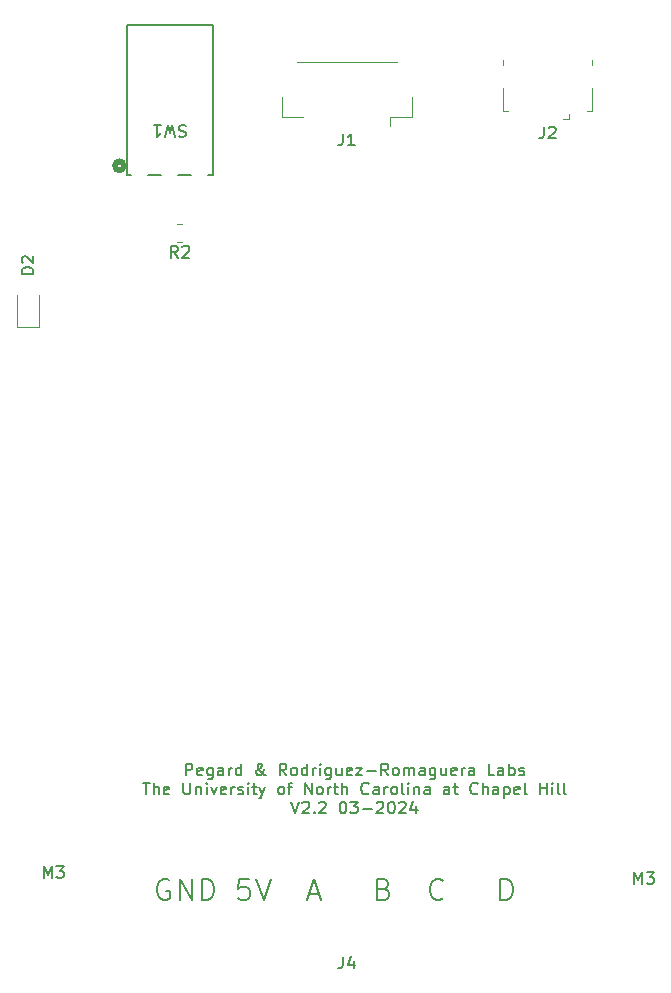
<source format=gbr>
%TF.GenerationSoftware,KiCad,Pcbnew,7.0.7-rc1*%
%TF.CreationDate,2024-03-12T16:10:36-04:00*%
%TF.ProjectId,Static,53746174-6963-42e6-9b69-6361645f7063,rev?*%
%TF.SameCoordinates,Original*%
%TF.FileFunction,Legend,Top*%
%TF.FilePolarity,Positive*%
%FSLAX46Y46*%
G04 Gerber Fmt 4.6, Leading zero omitted, Abs format (unit mm)*
G04 Created by KiCad (PCBNEW 7.0.7-rc1) date 2024-03-12 16:10:36*
%MOMM*%
%LPD*%
G01*
G04 APERTURE LIST*
%ADD10C,0.150000*%
%ADD11C,0.120000*%
%ADD12C,0.152400*%
%ADD13C,0.508000*%
G04 APERTURE END LIST*
D10*
X133600475Y-105189819D02*
X133600475Y-104189819D01*
X133600475Y-104189819D02*
X133981427Y-104189819D01*
X133981427Y-104189819D02*
X134076665Y-104237438D01*
X134076665Y-104237438D02*
X134124284Y-104285057D01*
X134124284Y-104285057D02*
X134171903Y-104380295D01*
X134171903Y-104380295D02*
X134171903Y-104523152D01*
X134171903Y-104523152D02*
X134124284Y-104618390D01*
X134124284Y-104618390D02*
X134076665Y-104666009D01*
X134076665Y-104666009D02*
X133981427Y-104713628D01*
X133981427Y-104713628D02*
X133600475Y-104713628D01*
X134981427Y-105142200D02*
X134886189Y-105189819D01*
X134886189Y-105189819D02*
X134695713Y-105189819D01*
X134695713Y-105189819D02*
X134600475Y-105142200D01*
X134600475Y-105142200D02*
X134552856Y-105046961D01*
X134552856Y-105046961D02*
X134552856Y-104666009D01*
X134552856Y-104666009D02*
X134600475Y-104570771D01*
X134600475Y-104570771D02*
X134695713Y-104523152D01*
X134695713Y-104523152D02*
X134886189Y-104523152D01*
X134886189Y-104523152D02*
X134981427Y-104570771D01*
X134981427Y-104570771D02*
X135029046Y-104666009D01*
X135029046Y-104666009D02*
X135029046Y-104761247D01*
X135029046Y-104761247D02*
X134552856Y-104856485D01*
X135886189Y-104523152D02*
X135886189Y-105332676D01*
X135886189Y-105332676D02*
X135838570Y-105427914D01*
X135838570Y-105427914D02*
X135790951Y-105475533D01*
X135790951Y-105475533D02*
X135695713Y-105523152D01*
X135695713Y-105523152D02*
X135552856Y-105523152D01*
X135552856Y-105523152D02*
X135457618Y-105475533D01*
X135886189Y-105142200D02*
X135790951Y-105189819D01*
X135790951Y-105189819D02*
X135600475Y-105189819D01*
X135600475Y-105189819D02*
X135505237Y-105142200D01*
X135505237Y-105142200D02*
X135457618Y-105094580D01*
X135457618Y-105094580D02*
X135409999Y-104999342D01*
X135409999Y-104999342D02*
X135409999Y-104713628D01*
X135409999Y-104713628D02*
X135457618Y-104618390D01*
X135457618Y-104618390D02*
X135505237Y-104570771D01*
X135505237Y-104570771D02*
X135600475Y-104523152D01*
X135600475Y-104523152D02*
X135790951Y-104523152D01*
X135790951Y-104523152D02*
X135886189Y-104570771D01*
X136790951Y-105189819D02*
X136790951Y-104666009D01*
X136790951Y-104666009D02*
X136743332Y-104570771D01*
X136743332Y-104570771D02*
X136648094Y-104523152D01*
X136648094Y-104523152D02*
X136457618Y-104523152D01*
X136457618Y-104523152D02*
X136362380Y-104570771D01*
X136790951Y-105142200D02*
X136695713Y-105189819D01*
X136695713Y-105189819D02*
X136457618Y-105189819D01*
X136457618Y-105189819D02*
X136362380Y-105142200D01*
X136362380Y-105142200D02*
X136314761Y-105046961D01*
X136314761Y-105046961D02*
X136314761Y-104951723D01*
X136314761Y-104951723D02*
X136362380Y-104856485D01*
X136362380Y-104856485D02*
X136457618Y-104808866D01*
X136457618Y-104808866D02*
X136695713Y-104808866D01*
X136695713Y-104808866D02*
X136790951Y-104761247D01*
X137267142Y-105189819D02*
X137267142Y-104523152D01*
X137267142Y-104713628D02*
X137314761Y-104618390D01*
X137314761Y-104618390D02*
X137362380Y-104570771D01*
X137362380Y-104570771D02*
X137457618Y-104523152D01*
X137457618Y-104523152D02*
X137552856Y-104523152D01*
X138314761Y-105189819D02*
X138314761Y-104189819D01*
X138314761Y-105142200D02*
X138219523Y-105189819D01*
X138219523Y-105189819D02*
X138029047Y-105189819D01*
X138029047Y-105189819D02*
X137933809Y-105142200D01*
X137933809Y-105142200D02*
X137886190Y-105094580D01*
X137886190Y-105094580D02*
X137838571Y-104999342D01*
X137838571Y-104999342D02*
X137838571Y-104713628D01*
X137838571Y-104713628D02*
X137886190Y-104618390D01*
X137886190Y-104618390D02*
X137933809Y-104570771D01*
X137933809Y-104570771D02*
X138029047Y-104523152D01*
X138029047Y-104523152D02*
X138219523Y-104523152D01*
X138219523Y-104523152D02*
X138314761Y-104570771D01*
X140362381Y-105189819D02*
X140314762Y-105189819D01*
X140314762Y-105189819D02*
X140219523Y-105142200D01*
X140219523Y-105142200D02*
X140076666Y-104999342D01*
X140076666Y-104999342D02*
X139838571Y-104713628D01*
X139838571Y-104713628D02*
X139743333Y-104570771D01*
X139743333Y-104570771D02*
X139695714Y-104427914D01*
X139695714Y-104427914D02*
X139695714Y-104332676D01*
X139695714Y-104332676D02*
X139743333Y-104237438D01*
X139743333Y-104237438D02*
X139838571Y-104189819D01*
X139838571Y-104189819D02*
X139886190Y-104189819D01*
X139886190Y-104189819D02*
X139981428Y-104237438D01*
X139981428Y-104237438D02*
X140029047Y-104332676D01*
X140029047Y-104332676D02*
X140029047Y-104380295D01*
X140029047Y-104380295D02*
X139981428Y-104475533D01*
X139981428Y-104475533D02*
X139933809Y-104523152D01*
X139933809Y-104523152D02*
X139648095Y-104713628D01*
X139648095Y-104713628D02*
X139600476Y-104761247D01*
X139600476Y-104761247D02*
X139552857Y-104856485D01*
X139552857Y-104856485D02*
X139552857Y-104999342D01*
X139552857Y-104999342D02*
X139600476Y-105094580D01*
X139600476Y-105094580D02*
X139648095Y-105142200D01*
X139648095Y-105142200D02*
X139743333Y-105189819D01*
X139743333Y-105189819D02*
X139886190Y-105189819D01*
X139886190Y-105189819D02*
X139981428Y-105142200D01*
X139981428Y-105142200D02*
X140029047Y-105094580D01*
X140029047Y-105094580D02*
X140171904Y-104904104D01*
X140171904Y-104904104D02*
X140219523Y-104761247D01*
X140219523Y-104761247D02*
X140219523Y-104666009D01*
X142124285Y-105189819D02*
X141790952Y-104713628D01*
X141552857Y-105189819D02*
X141552857Y-104189819D01*
X141552857Y-104189819D02*
X141933809Y-104189819D01*
X141933809Y-104189819D02*
X142029047Y-104237438D01*
X142029047Y-104237438D02*
X142076666Y-104285057D01*
X142076666Y-104285057D02*
X142124285Y-104380295D01*
X142124285Y-104380295D02*
X142124285Y-104523152D01*
X142124285Y-104523152D02*
X142076666Y-104618390D01*
X142076666Y-104618390D02*
X142029047Y-104666009D01*
X142029047Y-104666009D02*
X141933809Y-104713628D01*
X141933809Y-104713628D02*
X141552857Y-104713628D01*
X142695714Y-105189819D02*
X142600476Y-105142200D01*
X142600476Y-105142200D02*
X142552857Y-105094580D01*
X142552857Y-105094580D02*
X142505238Y-104999342D01*
X142505238Y-104999342D02*
X142505238Y-104713628D01*
X142505238Y-104713628D02*
X142552857Y-104618390D01*
X142552857Y-104618390D02*
X142600476Y-104570771D01*
X142600476Y-104570771D02*
X142695714Y-104523152D01*
X142695714Y-104523152D02*
X142838571Y-104523152D01*
X142838571Y-104523152D02*
X142933809Y-104570771D01*
X142933809Y-104570771D02*
X142981428Y-104618390D01*
X142981428Y-104618390D02*
X143029047Y-104713628D01*
X143029047Y-104713628D02*
X143029047Y-104999342D01*
X143029047Y-104999342D02*
X142981428Y-105094580D01*
X142981428Y-105094580D02*
X142933809Y-105142200D01*
X142933809Y-105142200D02*
X142838571Y-105189819D01*
X142838571Y-105189819D02*
X142695714Y-105189819D01*
X143886190Y-105189819D02*
X143886190Y-104189819D01*
X143886190Y-105142200D02*
X143790952Y-105189819D01*
X143790952Y-105189819D02*
X143600476Y-105189819D01*
X143600476Y-105189819D02*
X143505238Y-105142200D01*
X143505238Y-105142200D02*
X143457619Y-105094580D01*
X143457619Y-105094580D02*
X143410000Y-104999342D01*
X143410000Y-104999342D02*
X143410000Y-104713628D01*
X143410000Y-104713628D02*
X143457619Y-104618390D01*
X143457619Y-104618390D02*
X143505238Y-104570771D01*
X143505238Y-104570771D02*
X143600476Y-104523152D01*
X143600476Y-104523152D02*
X143790952Y-104523152D01*
X143790952Y-104523152D02*
X143886190Y-104570771D01*
X144362381Y-105189819D02*
X144362381Y-104523152D01*
X144362381Y-104713628D02*
X144410000Y-104618390D01*
X144410000Y-104618390D02*
X144457619Y-104570771D01*
X144457619Y-104570771D02*
X144552857Y-104523152D01*
X144552857Y-104523152D02*
X144648095Y-104523152D01*
X144981429Y-105189819D02*
X144981429Y-104523152D01*
X144981429Y-104189819D02*
X144933810Y-104237438D01*
X144933810Y-104237438D02*
X144981429Y-104285057D01*
X144981429Y-104285057D02*
X145029048Y-104237438D01*
X145029048Y-104237438D02*
X144981429Y-104189819D01*
X144981429Y-104189819D02*
X144981429Y-104285057D01*
X145886190Y-104523152D02*
X145886190Y-105332676D01*
X145886190Y-105332676D02*
X145838571Y-105427914D01*
X145838571Y-105427914D02*
X145790952Y-105475533D01*
X145790952Y-105475533D02*
X145695714Y-105523152D01*
X145695714Y-105523152D02*
X145552857Y-105523152D01*
X145552857Y-105523152D02*
X145457619Y-105475533D01*
X145886190Y-105142200D02*
X145790952Y-105189819D01*
X145790952Y-105189819D02*
X145600476Y-105189819D01*
X145600476Y-105189819D02*
X145505238Y-105142200D01*
X145505238Y-105142200D02*
X145457619Y-105094580D01*
X145457619Y-105094580D02*
X145410000Y-104999342D01*
X145410000Y-104999342D02*
X145410000Y-104713628D01*
X145410000Y-104713628D02*
X145457619Y-104618390D01*
X145457619Y-104618390D02*
X145505238Y-104570771D01*
X145505238Y-104570771D02*
X145600476Y-104523152D01*
X145600476Y-104523152D02*
X145790952Y-104523152D01*
X145790952Y-104523152D02*
X145886190Y-104570771D01*
X146790952Y-104523152D02*
X146790952Y-105189819D01*
X146362381Y-104523152D02*
X146362381Y-105046961D01*
X146362381Y-105046961D02*
X146410000Y-105142200D01*
X146410000Y-105142200D02*
X146505238Y-105189819D01*
X146505238Y-105189819D02*
X146648095Y-105189819D01*
X146648095Y-105189819D02*
X146743333Y-105142200D01*
X146743333Y-105142200D02*
X146790952Y-105094580D01*
X147648095Y-105142200D02*
X147552857Y-105189819D01*
X147552857Y-105189819D02*
X147362381Y-105189819D01*
X147362381Y-105189819D02*
X147267143Y-105142200D01*
X147267143Y-105142200D02*
X147219524Y-105046961D01*
X147219524Y-105046961D02*
X147219524Y-104666009D01*
X147219524Y-104666009D02*
X147267143Y-104570771D01*
X147267143Y-104570771D02*
X147362381Y-104523152D01*
X147362381Y-104523152D02*
X147552857Y-104523152D01*
X147552857Y-104523152D02*
X147648095Y-104570771D01*
X147648095Y-104570771D02*
X147695714Y-104666009D01*
X147695714Y-104666009D02*
X147695714Y-104761247D01*
X147695714Y-104761247D02*
X147219524Y-104856485D01*
X148029048Y-104523152D02*
X148552857Y-104523152D01*
X148552857Y-104523152D02*
X148029048Y-105189819D01*
X148029048Y-105189819D02*
X148552857Y-105189819D01*
X148933810Y-104808866D02*
X149695715Y-104808866D01*
X150743333Y-105189819D02*
X150410000Y-104713628D01*
X150171905Y-105189819D02*
X150171905Y-104189819D01*
X150171905Y-104189819D02*
X150552857Y-104189819D01*
X150552857Y-104189819D02*
X150648095Y-104237438D01*
X150648095Y-104237438D02*
X150695714Y-104285057D01*
X150695714Y-104285057D02*
X150743333Y-104380295D01*
X150743333Y-104380295D02*
X150743333Y-104523152D01*
X150743333Y-104523152D02*
X150695714Y-104618390D01*
X150695714Y-104618390D02*
X150648095Y-104666009D01*
X150648095Y-104666009D02*
X150552857Y-104713628D01*
X150552857Y-104713628D02*
X150171905Y-104713628D01*
X151314762Y-105189819D02*
X151219524Y-105142200D01*
X151219524Y-105142200D02*
X151171905Y-105094580D01*
X151171905Y-105094580D02*
X151124286Y-104999342D01*
X151124286Y-104999342D02*
X151124286Y-104713628D01*
X151124286Y-104713628D02*
X151171905Y-104618390D01*
X151171905Y-104618390D02*
X151219524Y-104570771D01*
X151219524Y-104570771D02*
X151314762Y-104523152D01*
X151314762Y-104523152D02*
X151457619Y-104523152D01*
X151457619Y-104523152D02*
X151552857Y-104570771D01*
X151552857Y-104570771D02*
X151600476Y-104618390D01*
X151600476Y-104618390D02*
X151648095Y-104713628D01*
X151648095Y-104713628D02*
X151648095Y-104999342D01*
X151648095Y-104999342D02*
X151600476Y-105094580D01*
X151600476Y-105094580D02*
X151552857Y-105142200D01*
X151552857Y-105142200D02*
X151457619Y-105189819D01*
X151457619Y-105189819D02*
X151314762Y-105189819D01*
X152076667Y-105189819D02*
X152076667Y-104523152D01*
X152076667Y-104618390D02*
X152124286Y-104570771D01*
X152124286Y-104570771D02*
X152219524Y-104523152D01*
X152219524Y-104523152D02*
X152362381Y-104523152D01*
X152362381Y-104523152D02*
X152457619Y-104570771D01*
X152457619Y-104570771D02*
X152505238Y-104666009D01*
X152505238Y-104666009D02*
X152505238Y-105189819D01*
X152505238Y-104666009D02*
X152552857Y-104570771D01*
X152552857Y-104570771D02*
X152648095Y-104523152D01*
X152648095Y-104523152D02*
X152790952Y-104523152D01*
X152790952Y-104523152D02*
X152886191Y-104570771D01*
X152886191Y-104570771D02*
X152933810Y-104666009D01*
X152933810Y-104666009D02*
X152933810Y-105189819D01*
X153838571Y-105189819D02*
X153838571Y-104666009D01*
X153838571Y-104666009D02*
X153790952Y-104570771D01*
X153790952Y-104570771D02*
X153695714Y-104523152D01*
X153695714Y-104523152D02*
X153505238Y-104523152D01*
X153505238Y-104523152D02*
X153410000Y-104570771D01*
X153838571Y-105142200D02*
X153743333Y-105189819D01*
X153743333Y-105189819D02*
X153505238Y-105189819D01*
X153505238Y-105189819D02*
X153410000Y-105142200D01*
X153410000Y-105142200D02*
X153362381Y-105046961D01*
X153362381Y-105046961D02*
X153362381Y-104951723D01*
X153362381Y-104951723D02*
X153410000Y-104856485D01*
X153410000Y-104856485D02*
X153505238Y-104808866D01*
X153505238Y-104808866D02*
X153743333Y-104808866D01*
X153743333Y-104808866D02*
X153838571Y-104761247D01*
X154743333Y-104523152D02*
X154743333Y-105332676D01*
X154743333Y-105332676D02*
X154695714Y-105427914D01*
X154695714Y-105427914D02*
X154648095Y-105475533D01*
X154648095Y-105475533D02*
X154552857Y-105523152D01*
X154552857Y-105523152D02*
X154410000Y-105523152D01*
X154410000Y-105523152D02*
X154314762Y-105475533D01*
X154743333Y-105142200D02*
X154648095Y-105189819D01*
X154648095Y-105189819D02*
X154457619Y-105189819D01*
X154457619Y-105189819D02*
X154362381Y-105142200D01*
X154362381Y-105142200D02*
X154314762Y-105094580D01*
X154314762Y-105094580D02*
X154267143Y-104999342D01*
X154267143Y-104999342D02*
X154267143Y-104713628D01*
X154267143Y-104713628D02*
X154314762Y-104618390D01*
X154314762Y-104618390D02*
X154362381Y-104570771D01*
X154362381Y-104570771D02*
X154457619Y-104523152D01*
X154457619Y-104523152D02*
X154648095Y-104523152D01*
X154648095Y-104523152D02*
X154743333Y-104570771D01*
X155648095Y-104523152D02*
X155648095Y-105189819D01*
X155219524Y-104523152D02*
X155219524Y-105046961D01*
X155219524Y-105046961D02*
X155267143Y-105142200D01*
X155267143Y-105142200D02*
X155362381Y-105189819D01*
X155362381Y-105189819D02*
X155505238Y-105189819D01*
X155505238Y-105189819D02*
X155600476Y-105142200D01*
X155600476Y-105142200D02*
X155648095Y-105094580D01*
X156505238Y-105142200D02*
X156410000Y-105189819D01*
X156410000Y-105189819D02*
X156219524Y-105189819D01*
X156219524Y-105189819D02*
X156124286Y-105142200D01*
X156124286Y-105142200D02*
X156076667Y-105046961D01*
X156076667Y-105046961D02*
X156076667Y-104666009D01*
X156076667Y-104666009D02*
X156124286Y-104570771D01*
X156124286Y-104570771D02*
X156219524Y-104523152D01*
X156219524Y-104523152D02*
X156410000Y-104523152D01*
X156410000Y-104523152D02*
X156505238Y-104570771D01*
X156505238Y-104570771D02*
X156552857Y-104666009D01*
X156552857Y-104666009D02*
X156552857Y-104761247D01*
X156552857Y-104761247D02*
X156076667Y-104856485D01*
X156981429Y-105189819D02*
X156981429Y-104523152D01*
X156981429Y-104713628D02*
X157029048Y-104618390D01*
X157029048Y-104618390D02*
X157076667Y-104570771D01*
X157076667Y-104570771D02*
X157171905Y-104523152D01*
X157171905Y-104523152D02*
X157267143Y-104523152D01*
X158029048Y-105189819D02*
X158029048Y-104666009D01*
X158029048Y-104666009D02*
X157981429Y-104570771D01*
X157981429Y-104570771D02*
X157886191Y-104523152D01*
X157886191Y-104523152D02*
X157695715Y-104523152D01*
X157695715Y-104523152D02*
X157600477Y-104570771D01*
X158029048Y-105142200D02*
X157933810Y-105189819D01*
X157933810Y-105189819D02*
X157695715Y-105189819D01*
X157695715Y-105189819D02*
X157600477Y-105142200D01*
X157600477Y-105142200D02*
X157552858Y-105046961D01*
X157552858Y-105046961D02*
X157552858Y-104951723D01*
X157552858Y-104951723D02*
X157600477Y-104856485D01*
X157600477Y-104856485D02*
X157695715Y-104808866D01*
X157695715Y-104808866D02*
X157933810Y-104808866D01*
X157933810Y-104808866D02*
X158029048Y-104761247D01*
X159743334Y-105189819D02*
X159267144Y-105189819D01*
X159267144Y-105189819D02*
X159267144Y-104189819D01*
X160505239Y-105189819D02*
X160505239Y-104666009D01*
X160505239Y-104666009D02*
X160457620Y-104570771D01*
X160457620Y-104570771D02*
X160362382Y-104523152D01*
X160362382Y-104523152D02*
X160171906Y-104523152D01*
X160171906Y-104523152D02*
X160076668Y-104570771D01*
X160505239Y-105142200D02*
X160410001Y-105189819D01*
X160410001Y-105189819D02*
X160171906Y-105189819D01*
X160171906Y-105189819D02*
X160076668Y-105142200D01*
X160076668Y-105142200D02*
X160029049Y-105046961D01*
X160029049Y-105046961D02*
X160029049Y-104951723D01*
X160029049Y-104951723D02*
X160076668Y-104856485D01*
X160076668Y-104856485D02*
X160171906Y-104808866D01*
X160171906Y-104808866D02*
X160410001Y-104808866D01*
X160410001Y-104808866D02*
X160505239Y-104761247D01*
X160981430Y-105189819D02*
X160981430Y-104189819D01*
X160981430Y-104570771D02*
X161076668Y-104523152D01*
X161076668Y-104523152D02*
X161267144Y-104523152D01*
X161267144Y-104523152D02*
X161362382Y-104570771D01*
X161362382Y-104570771D02*
X161410001Y-104618390D01*
X161410001Y-104618390D02*
X161457620Y-104713628D01*
X161457620Y-104713628D02*
X161457620Y-104999342D01*
X161457620Y-104999342D02*
X161410001Y-105094580D01*
X161410001Y-105094580D02*
X161362382Y-105142200D01*
X161362382Y-105142200D02*
X161267144Y-105189819D01*
X161267144Y-105189819D02*
X161076668Y-105189819D01*
X161076668Y-105189819D02*
X160981430Y-105142200D01*
X161838573Y-105142200D02*
X161933811Y-105189819D01*
X161933811Y-105189819D02*
X162124287Y-105189819D01*
X162124287Y-105189819D02*
X162219525Y-105142200D01*
X162219525Y-105142200D02*
X162267144Y-105046961D01*
X162267144Y-105046961D02*
X162267144Y-104999342D01*
X162267144Y-104999342D02*
X162219525Y-104904104D01*
X162219525Y-104904104D02*
X162124287Y-104856485D01*
X162124287Y-104856485D02*
X161981430Y-104856485D01*
X161981430Y-104856485D02*
X161886192Y-104808866D01*
X161886192Y-104808866D02*
X161838573Y-104713628D01*
X161838573Y-104713628D02*
X161838573Y-104666009D01*
X161838573Y-104666009D02*
X161886192Y-104570771D01*
X161886192Y-104570771D02*
X161981430Y-104523152D01*
X161981430Y-104523152D02*
X162124287Y-104523152D01*
X162124287Y-104523152D02*
X162219525Y-104570771D01*
X129981425Y-105799819D02*
X130552853Y-105799819D01*
X130267139Y-106799819D02*
X130267139Y-105799819D01*
X130886187Y-106799819D02*
X130886187Y-105799819D01*
X131314758Y-106799819D02*
X131314758Y-106276009D01*
X131314758Y-106276009D02*
X131267139Y-106180771D01*
X131267139Y-106180771D02*
X131171901Y-106133152D01*
X131171901Y-106133152D02*
X131029044Y-106133152D01*
X131029044Y-106133152D02*
X130933806Y-106180771D01*
X130933806Y-106180771D02*
X130886187Y-106228390D01*
X132171901Y-106752200D02*
X132076663Y-106799819D01*
X132076663Y-106799819D02*
X131886187Y-106799819D01*
X131886187Y-106799819D02*
X131790949Y-106752200D01*
X131790949Y-106752200D02*
X131743330Y-106656961D01*
X131743330Y-106656961D02*
X131743330Y-106276009D01*
X131743330Y-106276009D02*
X131790949Y-106180771D01*
X131790949Y-106180771D02*
X131886187Y-106133152D01*
X131886187Y-106133152D02*
X132076663Y-106133152D01*
X132076663Y-106133152D02*
X132171901Y-106180771D01*
X132171901Y-106180771D02*
X132219520Y-106276009D01*
X132219520Y-106276009D02*
X132219520Y-106371247D01*
X132219520Y-106371247D02*
X131743330Y-106466485D01*
X133409997Y-105799819D02*
X133409997Y-106609342D01*
X133409997Y-106609342D02*
X133457616Y-106704580D01*
X133457616Y-106704580D02*
X133505235Y-106752200D01*
X133505235Y-106752200D02*
X133600473Y-106799819D01*
X133600473Y-106799819D02*
X133790949Y-106799819D01*
X133790949Y-106799819D02*
X133886187Y-106752200D01*
X133886187Y-106752200D02*
X133933806Y-106704580D01*
X133933806Y-106704580D02*
X133981425Y-106609342D01*
X133981425Y-106609342D02*
X133981425Y-105799819D01*
X134457616Y-106133152D02*
X134457616Y-106799819D01*
X134457616Y-106228390D02*
X134505235Y-106180771D01*
X134505235Y-106180771D02*
X134600473Y-106133152D01*
X134600473Y-106133152D02*
X134743330Y-106133152D01*
X134743330Y-106133152D02*
X134838568Y-106180771D01*
X134838568Y-106180771D02*
X134886187Y-106276009D01*
X134886187Y-106276009D02*
X134886187Y-106799819D01*
X135362378Y-106799819D02*
X135362378Y-106133152D01*
X135362378Y-105799819D02*
X135314759Y-105847438D01*
X135314759Y-105847438D02*
X135362378Y-105895057D01*
X135362378Y-105895057D02*
X135409997Y-105847438D01*
X135409997Y-105847438D02*
X135362378Y-105799819D01*
X135362378Y-105799819D02*
X135362378Y-105895057D01*
X135743330Y-106133152D02*
X135981425Y-106799819D01*
X135981425Y-106799819D02*
X136219520Y-106133152D01*
X136981425Y-106752200D02*
X136886187Y-106799819D01*
X136886187Y-106799819D02*
X136695711Y-106799819D01*
X136695711Y-106799819D02*
X136600473Y-106752200D01*
X136600473Y-106752200D02*
X136552854Y-106656961D01*
X136552854Y-106656961D02*
X136552854Y-106276009D01*
X136552854Y-106276009D02*
X136600473Y-106180771D01*
X136600473Y-106180771D02*
X136695711Y-106133152D01*
X136695711Y-106133152D02*
X136886187Y-106133152D01*
X136886187Y-106133152D02*
X136981425Y-106180771D01*
X136981425Y-106180771D02*
X137029044Y-106276009D01*
X137029044Y-106276009D02*
X137029044Y-106371247D01*
X137029044Y-106371247D02*
X136552854Y-106466485D01*
X137457616Y-106799819D02*
X137457616Y-106133152D01*
X137457616Y-106323628D02*
X137505235Y-106228390D01*
X137505235Y-106228390D02*
X137552854Y-106180771D01*
X137552854Y-106180771D02*
X137648092Y-106133152D01*
X137648092Y-106133152D02*
X137743330Y-106133152D01*
X138029045Y-106752200D02*
X138124283Y-106799819D01*
X138124283Y-106799819D02*
X138314759Y-106799819D01*
X138314759Y-106799819D02*
X138409997Y-106752200D01*
X138409997Y-106752200D02*
X138457616Y-106656961D01*
X138457616Y-106656961D02*
X138457616Y-106609342D01*
X138457616Y-106609342D02*
X138409997Y-106514104D01*
X138409997Y-106514104D02*
X138314759Y-106466485D01*
X138314759Y-106466485D02*
X138171902Y-106466485D01*
X138171902Y-106466485D02*
X138076664Y-106418866D01*
X138076664Y-106418866D02*
X138029045Y-106323628D01*
X138029045Y-106323628D02*
X138029045Y-106276009D01*
X138029045Y-106276009D02*
X138076664Y-106180771D01*
X138076664Y-106180771D02*
X138171902Y-106133152D01*
X138171902Y-106133152D02*
X138314759Y-106133152D01*
X138314759Y-106133152D02*
X138409997Y-106180771D01*
X138886188Y-106799819D02*
X138886188Y-106133152D01*
X138886188Y-105799819D02*
X138838569Y-105847438D01*
X138838569Y-105847438D02*
X138886188Y-105895057D01*
X138886188Y-105895057D02*
X138933807Y-105847438D01*
X138933807Y-105847438D02*
X138886188Y-105799819D01*
X138886188Y-105799819D02*
X138886188Y-105895057D01*
X139219521Y-106133152D02*
X139600473Y-106133152D01*
X139362378Y-105799819D02*
X139362378Y-106656961D01*
X139362378Y-106656961D02*
X139409997Y-106752200D01*
X139409997Y-106752200D02*
X139505235Y-106799819D01*
X139505235Y-106799819D02*
X139600473Y-106799819D01*
X139838569Y-106133152D02*
X140076664Y-106799819D01*
X140314759Y-106133152D02*
X140076664Y-106799819D01*
X140076664Y-106799819D02*
X139981426Y-107037914D01*
X139981426Y-107037914D02*
X139933807Y-107085533D01*
X139933807Y-107085533D02*
X139838569Y-107133152D01*
X141600474Y-106799819D02*
X141505236Y-106752200D01*
X141505236Y-106752200D02*
X141457617Y-106704580D01*
X141457617Y-106704580D02*
X141409998Y-106609342D01*
X141409998Y-106609342D02*
X141409998Y-106323628D01*
X141409998Y-106323628D02*
X141457617Y-106228390D01*
X141457617Y-106228390D02*
X141505236Y-106180771D01*
X141505236Y-106180771D02*
X141600474Y-106133152D01*
X141600474Y-106133152D02*
X141743331Y-106133152D01*
X141743331Y-106133152D02*
X141838569Y-106180771D01*
X141838569Y-106180771D02*
X141886188Y-106228390D01*
X141886188Y-106228390D02*
X141933807Y-106323628D01*
X141933807Y-106323628D02*
X141933807Y-106609342D01*
X141933807Y-106609342D02*
X141886188Y-106704580D01*
X141886188Y-106704580D02*
X141838569Y-106752200D01*
X141838569Y-106752200D02*
X141743331Y-106799819D01*
X141743331Y-106799819D02*
X141600474Y-106799819D01*
X142219522Y-106133152D02*
X142600474Y-106133152D01*
X142362379Y-106799819D02*
X142362379Y-105942676D01*
X142362379Y-105942676D02*
X142409998Y-105847438D01*
X142409998Y-105847438D02*
X142505236Y-105799819D01*
X142505236Y-105799819D02*
X142600474Y-105799819D01*
X143695713Y-106799819D02*
X143695713Y-105799819D01*
X143695713Y-105799819D02*
X144267141Y-106799819D01*
X144267141Y-106799819D02*
X144267141Y-105799819D01*
X144886189Y-106799819D02*
X144790951Y-106752200D01*
X144790951Y-106752200D02*
X144743332Y-106704580D01*
X144743332Y-106704580D02*
X144695713Y-106609342D01*
X144695713Y-106609342D02*
X144695713Y-106323628D01*
X144695713Y-106323628D02*
X144743332Y-106228390D01*
X144743332Y-106228390D02*
X144790951Y-106180771D01*
X144790951Y-106180771D02*
X144886189Y-106133152D01*
X144886189Y-106133152D02*
X145029046Y-106133152D01*
X145029046Y-106133152D02*
X145124284Y-106180771D01*
X145124284Y-106180771D02*
X145171903Y-106228390D01*
X145171903Y-106228390D02*
X145219522Y-106323628D01*
X145219522Y-106323628D02*
X145219522Y-106609342D01*
X145219522Y-106609342D02*
X145171903Y-106704580D01*
X145171903Y-106704580D02*
X145124284Y-106752200D01*
X145124284Y-106752200D02*
X145029046Y-106799819D01*
X145029046Y-106799819D02*
X144886189Y-106799819D01*
X145648094Y-106799819D02*
X145648094Y-106133152D01*
X145648094Y-106323628D02*
X145695713Y-106228390D01*
X145695713Y-106228390D02*
X145743332Y-106180771D01*
X145743332Y-106180771D02*
X145838570Y-106133152D01*
X145838570Y-106133152D02*
X145933808Y-106133152D01*
X146124285Y-106133152D02*
X146505237Y-106133152D01*
X146267142Y-105799819D02*
X146267142Y-106656961D01*
X146267142Y-106656961D02*
X146314761Y-106752200D01*
X146314761Y-106752200D02*
X146409999Y-106799819D01*
X146409999Y-106799819D02*
X146505237Y-106799819D01*
X146838571Y-106799819D02*
X146838571Y-105799819D01*
X147267142Y-106799819D02*
X147267142Y-106276009D01*
X147267142Y-106276009D02*
X147219523Y-106180771D01*
X147219523Y-106180771D02*
X147124285Y-106133152D01*
X147124285Y-106133152D02*
X146981428Y-106133152D01*
X146981428Y-106133152D02*
X146886190Y-106180771D01*
X146886190Y-106180771D02*
X146838571Y-106228390D01*
X149076666Y-106704580D02*
X149029047Y-106752200D01*
X149029047Y-106752200D02*
X148886190Y-106799819D01*
X148886190Y-106799819D02*
X148790952Y-106799819D01*
X148790952Y-106799819D02*
X148648095Y-106752200D01*
X148648095Y-106752200D02*
X148552857Y-106656961D01*
X148552857Y-106656961D02*
X148505238Y-106561723D01*
X148505238Y-106561723D02*
X148457619Y-106371247D01*
X148457619Y-106371247D02*
X148457619Y-106228390D01*
X148457619Y-106228390D02*
X148505238Y-106037914D01*
X148505238Y-106037914D02*
X148552857Y-105942676D01*
X148552857Y-105942676D02*
X148648095Y-105847438D01*
X148648095Y-105847438D02*
X148790952Y-105799819D01*
X148790952Y-105799819D02*
X148886190Y-105799819D01*
X148886190Y-105799819D02*
X149029047Y-105847438D01*
X149029047Y-105847438D02*
X149076666Y-105895057D01*
X149933809Y-106799819D02*
X149933809Y-106276009D01*
X149933809Y-106276009D02*
X149886190Y-106180771D01*
X149886190Y-106180771D02*
X149790952Y-106133152D01*
X149790952Y-106133152D02*
X149600476Y-106133152D01*
X149600476Y-106133152D02*
X149505238Y-106180771D01*
X149933809Y-106752200D02*
X149838571Y-106799819D01*
X149838571Y-106799819D02*
X149600476Y-106799819D01*
X149600476Y-106799819D02*
X149505238Y-106752200D01*
X149505238Y-106752200D02*
X149457619Y-106656961D01*
X149457619Y-106656961D02*
X149457619Y-106561723D01*
X149457619Y-106561723D02*
X149505238Y-106466485D01*
X149505238Y-106466485D02*
X149600476Y-106418866D01*
X149600476Y-106418866D02*
X149838571Y-106418866D01*
X149838571Y-106418866D02*
X149933809Y-106371247D01*
X150410000Y-106799819D02*
X150410000Y-106133152D01*
X150410000Y-106323628D02*
X150457619Y-106228390D01*
X150457619Y-106228390D02*
X150505238Y-106180771D01*
X150505238Y-106180771D02*
X150600476Y-106133152D01*
X150600476Y-106133152D02*
X150695714Y-106133152D01*
X151171905Y-106799819D02*
X151076667Y-106752200D01*
X151076667Y-106752200D02*
X151029048Y-106704580D01*
X151029048Y-106704580D02*
X150981429Y-106609342D01*
X150981429Y-106609342D02*
X150981429Y-106323628D01*
X150981429Y-106323628D02*
X151029048Y-106228390D01*
X151029048Y-106228390D02*
X151076667Y-106180771D01*
X151076667Y-106180771D02*
X151171905Y-106133152D01*
X151171905Y-106133152D02*
X151314762Y-106133152D01*
X151314762Y-106133152D02*
X151410000Y-106180771D01*
X151410000Y-106180771D02*
X151457619Y-106228390D01*
X151457619Y-106228390D02*
X151505238Y-106323628D01*
X151505238Y-106323628D02*
X151505238Y-106609342D01*
X151505238Y-106609342D02*
X151457619Y-106704580D01*
X151457619Y-106704580D02*
X151410000Y-106752200D01*
X151410000Y-106752200D02*
X151314762Y-106799819D01*
X151314762Y-106799819D02*
X151171905Y-106799819D01*
X152076667Y-106799819D02*
X151981429Y-106752200D01*
X151981429Y-106752200D02*
X151933810Y-106656961D01*
X151933810Y-106656961D02*
X151933810Y-105799819D01*
X152457620Y-106799819D02*
X152457620Y-106133152D01*
X152457620Y-105799819D02*
X152410001Y-105847438D01*
X152410001Y-105847438D02*
X152457620Y-105895057D01*
X152457620Y-105895057D02*
X152505239Y-105847438D01*
X152505239Y-105847438D02*
X152457620Y-105799819D01*
X152457620Y-105799819D02*
X152457620Y-105895057D01*
X152933810Y-106133152D02*
X152933810Y-106799819D01*
X152933810Y-106228390D02*
X152981429Y-106180771D01*
X152981429Y-106180771D02*
X153076667Y-106133152D01*
X153076667Y-106133152D02*
X153219524Y-106133152D01*
X153219524Y-106133152D02*
X153314762Y-106180771D01*
X153314762Y-106180771D02*
X153362381Y-106276009D01*
X153362381Y-106276009D02*
X153362381Y-106799819D01*
X154267143Y-106799819D02*
X154267143Y-106276009D01*
X154267143Y-106276009D02*
X154219524Y-106180771D01*
X154219524Y-106180771D02*
X154124286Y-106133152D01*
X154124286Y-106133152D02*
X153933810Y-106133152D01*
X153933810Y-106133152D02*
X153838572Y-106180771D01*
X154267143Y-106752200D02*
X154171905Y-106799819D01*
X154171905Y-106799819D02*
X153933810Y-106799819D01*
X153933810Y-106799819D02*
X153838572Y-106752200D01*
X153838572Y-106752200D02*
X153790953Y-106656961D01*
X153790953Y-106656961D02*
X153790953Y-106561723D01*
X153790953Y-106561723D02*
X153838572Y-106466485D01*
X153838572Y-106466485D02*
X153933810Y-106418866D01*
X153933810Y-106418866D02*
X154171905Y-106418866D01*
X154171905Y-106418866D02*
X154267143Y-106371247D01*
X155933810Y-106799819D02*
X155933810Y-106276009D01*
X155933810Y-106276009D02*
X155886191Y-106180771D01*
X155886191Y-106180771D02*
X155790953Y-106133152D01*
X155790953Y-106133152D02*
X155600477Y-106133152D01*
X155600477Y-106133152D02*
X155505239Y-106180771D01*
X155933810Y-106752200D02*
X155838572Y-106799819D01*
X155838572Y-106799819D02*
X155600477Y-106799819D01*
X155600477Y-106799819D02*
X155505239Y-106752200D01*
X155505239Y-106752200D02*
X155457620Y-106656961D01*
X155457620Y-106656961D02*
X155457620Y-106561723D01*
X155457620Y-106561723D02*
X155505239Y-106466485D01*
X155505239Y-106466485D02*
X155600477Y-106418866D01*
X155600477Y-106418866D02*
X155838572Y-106418866D01*
X155838572Y-106418866D02*
X155933810Y-106371247D01*
X156267144Y-106133152D02*
X156648096Y-106133152D01*
X156410001Y-105799819D02*
X156410001Y-106656961D01*
X156410001Y-106656961D02*
X156457620Y-106752200D01*
X156457620Y-106752200D02*
X156552858Y-106799819D01*
X156552858Y-106799819D02*
X156648096Y-106799819D01*
X158314763Y-106704580D02*
X158267144Y-106752200D01*
X158267144Y-106752200D02*
X158124287Y-106799819D01*
X158124287Y-106799819D02*
X158029049Y-106799819D01*
X158029049Y-106799819D02*
X157886192Y-106752200D01*
X157886192Y-106752200D02*
X157790954Y-106656961D01*
X157790954Y-106656961D02*
X157743335Y-106561723D01*
X157743335Y-106561723D02*
X157695716Y-106371247D01*
X157695716Y-106371247D02*
X157695716Y-106228390D01*
X157695716Y-106228390D02*
X157743335Y-106037914D01*
X157743335Y-106037914D02*
X157790954Y-105942676D01*
X157790954Y-105942676D02*
X157886192Y-105847438D01*
X157886192Y-105847438D02*
X158029049Y-105799819D01*
X158029049Y-105799819D02*
X158124287Y-105799819D01*
X158124287Y-105799819D02*
X158267144Y-105847438D01*
X158267144Y-105847438D02*
X158314763Y-105895057D01*
X158743335Y-106799819D02*
X158743335Y-105799819D01*
X159171906Y-106799819D02*
X159171906Y-106276009D01*
X159171906Y-106276009D02*
X159124287Y-106180771D01*
X159124287Y-106180771D02*
X159029049Y-106133152D01*
X159029049Y-106133152D02*
X158886192Y-106133152D01*
X158886192Y-106133152D02*
X158790954Y-106180771D01*
X158790954Y-106180771D02*
X158743335Y-106228390D01*
X160076668Y-106799819D02*
X160076668Y-106276009D01*
X160076668Y-106276009D02*
X160029049Y-106180771D01*
X160029049Y-106180771D02*
X159933811Y-106133152D01*
X159933811Y-106133152D02*
X159743335Y-106133152D01*
X159743335Y-106133152D02*
X159648097Y-106180771D01*
X160076668Y-106752200D02*
X159981430Y-106799819D01*
X159981430Y-106799819D02*
X159743335Y-106799819D01*
X159743335Y-106799819D02*
X159648097Y-106752200D01*
X159648097Y-106752200D02*
X159600478Y-106656961D01*
X159600478Y-106656961D02*
X159600478Y-106561723D01*
X159600478Y-106561723D02*
X159648097Y-106466485D01*
X159648097Y-106466485D02*
X159743335Y-106418866D01*
X159743335Y-106418866D02*
X159981430Y-106418866D01*
X159981430Y-106418866D02*
X160076668Y-106371247D01*
X160552859Y-106133152D02*
X160552859Y-107133152D01*
X160552859Y-106180771D02*
X160648097Y-106133152D01*
X160648097Y-106133152D02*
X160838573Y-106133152D01*
X160838573Y-106133152D02*
X160933811Y-106180771D01*
X160933811Y-106180771D02*
X160981430Y-106228390D01*
X160981430Y-106228390D02*
X161029049Y-106323628D01*
X161029049Y-106323628D02*
X161029049Y-106609342D01*
X161029049Y-106609342D02*
X160981430Y-106704580D01*
X160981430Y-106704580D02*
X160933811Y-106752200D01*
X160933811Y-106752200D02*
X160838573Y-106799819D01*
X160838573Y-106799819D02*
X160648097Y-106799819D01*
X160648097Y-106799819D02*
X160552859Y-106752200D01*
X161838573Y-106752200D02*
X161743335Y-106799819D01*
X161743335Y-106799819D02*
X161552859Y-106799819D01*
X161552859Y-106799819D02*
X161457621Y-106752200D01*
X161457621Y-106752200D02*
X161410002Y-106656961D01*
X161410002Y-106656961D02*
X161410002Y-106276009D01*
X161410002Y-106276009D02*
X161457621Y-106180771D01*
X161457621Y-106180771D02*
X161552859Y-106133152D01*
X161552859Y-106133152D02*
X161743335Y-106133152D01*
X161743335Y-106133152D02*
X161838573Y-106180771D01*
X161838573Y-106180771D02*
X161886192Y-106276009D01*
X161886192Y-106276009D02*
X161886192Y-106371247D01*
X161886192Y-106371247D02*
X161410002Y-106466485D01*
X162457621Y-106799819D02*
X162362383Y-106752200D01*
X162362383Y-106752200D02*
X162314764Y-106656961D01*
X162314764Y-106656961D02*
X162314764Y-105799819D01*
X163600479Y-106799819D02*
X163600479Y-105799819D01*
X163600479Y-106276009D02*
X164171907Y-106276009D01*
X164171907Y-106799819D02*
X164171907Y-105799819D01*
X164648098Y-106799819D02*
X164648098Y-106133152D01*
X164648098Y-105799819D02*
X164600479Y-105847438D01*
X164600479Y-105847438D02*
X164648098Y-105895057D01*
X164648098Y-105895057D02*
X164695717Y-105847438D01*
X164695717Y-105847438D02*
X164648098Y-105799819D01*
X164648098Y-105799819D02*
X164648098Y-105895057D01*
X165267145Y-106799819D02*
X165171907Y-106752200D01*
X165171907Y-106752200D02*
X165124288Y-106656961D01*
X165124288Y-106656961D02*
X165124288Y-105799819D01*
X165790955Y-106799819D02*
X165695717Y-106752200D01*
X165695717Y-106752200D02*
X165648098Y-106656961D01*
X165648098Y-106656961D02*
X165648098Y-105799819D01*
X142529048Y-107409819D02*
X142862381Y-108409819D01*
X142862381Y-108409819D02*
X143195714Y-107409819D01*
X143481429Y-107505057D02*
X143529048Y-107457438D01*
X143529048Y-107457438D02*
X143624286Y-107409819D01*
X143624286Y-107409819D02*
X143862381Y-107409819D01*
X143862381Y-107409819D02*
X143957619Y-107457438D01*
X143957619Y-107457438D02*
X144005238Y-107505057D01*
X144005238Y-107505057D02*
X144052857Y-107600295D01*
X144052857Y-107600295D02*
X144052857Y-107695533D01*
X144052857Y-107695533D02*
X144005238Y-107838390D01*
X144005238Y-107838390D02*
X143433810Y-108409819D01*
X143433810Y-108409819D02*
X144052857Y-108409819D01*
X144481429Y-108314580D02*
X144529048Y-108362200D01*
X144529048Y-108362200D02*
X144481429Y-108409819D01*
X144481429Y-108409819D02*
X144433810Y-108362200D01*
X144433810Y-108362200D02*
X144481429Y-108314580D01*
X144481429Y-108314580D02*
X144481429Y-108409819D01*
X144910000Y-107505057D02*
X144957619Y-107457438D01*
X144957619Y-107457438D02*
X145052857Y-107409819D01*
X145052857Y-107409819D02*
X145290952Y-107409819D01*
X145290952Y-107409819D02*
X145386190Y-107457438D01*
X145386190Y-107457438D02*
X145433809Y-107505057D01*
X145433809Y-107505057D02*
X145481428Y-107600295D01*
X145481428Y-107600295D02*
X145481428Y-107695533D01*
X145481428Y-107695533D02*
X145433809Y-107838390D01*
X145433809Y-107838390D02*
X144862381Y-108409819D01*
X144862381Y-108409819D02*
X145481428Y-108409819D01*
X146862381Y-107409819D02*
X146957619Y-107409819D01*
X146957619Y-107409819D02*
X147052857Y-107457438D01*
X147052857Y-107457438D02*
X147100476Y-107505057D01*
X147100476Y-107505057D02*
X147148095Y-107600295D01*
X147148095Y-107600295D02*
X147195714Y-107790771D01*
X147195714Y-107790771D02*
X147195714Y-108028866D01*
X147195714Y-108028866D02*
X147148095Y-108219342D01*
X147148095Y-108219342D02*
X147100476Y-108314580D01*
X147100476Y-108314580D02*
X147052857Y-108362200D01*
X147052857Y-108362200D02*
X146957619Y-108409819D01*
X146957619Y-108409819D02*
X146862381Y-108409819D01*
X146862381Y-108409819D02*
X146767143Y-108362200D01*
X146767143Y-108362200D02*
X146719524Y-108314580D01*
X146719524Y-108314580D02*
X146671905Y-108219342D01*
X146671905Y-108219342D02*
X146624286Y-108028866D01*
X146624286Y-108028866D02*
X146624286Y-107790771D01*
X146624286Y-107790771D02*
X146671905Y-107600295D01*
X146671905Y-107600295D02*
X146719524Y-107505057D01*
X146719524Y-107505057D02*
X146767143Y-107457438D01*
X146767143Y-107457438D02*
X146862381Y-107409819D01*
X147529048Y-107409819D02*
X148148095Y-107409819D01*
X148148095Y-107409819D02*
X147814762Y-107790771D01*
X147814762Y-107790771D02*
X147957619Y-107790771D01*
X147957619Y-107790771D02*
X148052857Y-107838390D01*
X148052857Y-107838390D02*
X148100476Y-107886009D01*
X148100476Y-107886009D02*
X148148095Y-107981247D01*
X148148095Y-107981247D02*
X148148095Y-108219342D01*
X148148095Y-108219342D02*
X148100476Y-108314580D01*
X148100476Y-108314580D02*
X148052857Y-108362200D01*
X148052857Y-108362200D02*
X147957619Y-108409819D01*
X147957619Y-108409819D02*
X147671905Y-108409819D01*
X147671905Y-108409819D02*
X147576667Y-108362200D01*
X147576667Y-108362200D02*
X147529048Y-108314580D01*
X148576667Y-108028866D02*
X149338572Y-108028866D01*
X149767143Y-107505057D02*
X149814762Y-107457438D01*
X149814762Y-107457438D02*
X149910000Y-107409819D01*
X149910000Y-107409819D02*
X150148095Y-107409819D01*
X150148095Y-107409819D02*
X150243333Y-107457438D01*
X150243333Y-107457438D02*
X150290952Y-107505057D01*
X150290952Y-107505057D02*
X150338571Y-107600295D01*
X150338571Y-107600295D02*
X150338571Y-107695533D01*
X150338571Y-107695533D02*
X150290952Y-107838390D01*
X150290952Y-107838390D02*
X149719524Y-108409819D01*
X149719524Y-108409819D02*
X150338571Y-108409819D01*
X150957619Y-107409819D02*
X151052857Y-107409819D01*
X151052857Y-107409819D02*
X151148095Y-107457438D01*
X151148095Y-107457438D02*
X151195714Y-107505057D01*
X151195714Y-107505057D02*
X151243333Y-107600295D01*
X151243333Y-107600295D02*
X151290952Y-107790771D01*
X151290952Y-107790771D02*
X151290952Y-108028866D01*
X151290952Y-108028866D02*
X151243333Y-108219342D01*
X151243333Y-108219342D02*
X151195714Y-108314580D01*
X151195714Y-108314580D02*
X151148095Y-108362200D01*
X151148095Y-108362200D02*
X151052857Y-108409819D01*
X151052857Y-108409819D02*
X150957619Y-108409819D01*
X150957619Y-108409819D02*
X150862381Y-108362200D01*
X150862381Y-108362200D02*
X150814762Y-108314580D01*
X150814762Y-108314580D02*
X150767143Y-108219342D01*
X150767143Y-108219342D02*
X150719524Y-108028866D01*
X150719524Y-108028866D02*
X150719524Y-107790771D01*
X150719524Y-107790771D02*
X150767143Y-107600295D01*
X150767143Y-107600295D02*
X150814762Y-107505057D01*
X150814762Y-107505057D02*
X150862381Y-107457438D01*
X150862381Y-107457438D02*
X150957619Y-107409819D01*
X151671905Y-107505057D02*
X151719524Y-107457438D01*
X151719524Y-107457438D02*
X151814762Y-107409819D01*
X151814762Y-107409819D02*
X152052857Y-107409819D01*
X152052857Y-107409819D02*
X152148095Y-107457438D01*
X152148095Y-107457438D02*
X152195714Y-107505057D01*
X152195714Y-107505057D02*
X152243333Y-107600295D01*
X152243333Y-107600295D02*
X152243333Y-107695533D01*
X152243333Y-107695533D02*
X152195714Y-107838390D01*
X152195714Y-107838390D02*
X151624286Y-108409819D01*
X151624286Y-108409819D02*
X152243333Y-108409819D01*
X153100476Y-107743152D02*
X153100476Y-108409819D01*
X152862381Y-107362200D02*
X152624286Y-108076485D01*
X152624286Y-108076485D02*
X153243333Y-108076485D01*
X132220112Y-114057628D02*
X132048684Y-113971914D01*
X132048684Y-113971914D02*
X131791541Y-113971914D01*
X131791541Y-113971914D02*
X131534398Y-114057628D01*
X131534398Y-114057628D02*
X131362969Y-114229057D01*
X131362969Y-114229057D02*
X131277255Y-114400485D01*
X131277255Y-114400485D02*
X131191541Y-114743342D01*
X131191541Y-114743342D02*
X131191541Y-115000485D01*
X131191541Y-115000485D02*
X131277255Y-115343342D01*
X131277255Y-115343342D02*
X131362969Y-115514771D01*
X131362969Y-115514771D02*
X131534398Y-115686200D01*
X131534398Y-115686200D02*
X131791541Y-115771914D01*
X131791541Y-115771914D02*
X131962969Y-115771914D01*
X131962969Y-115771914D02*
X132220112Y-115686200D01*
X132220112Y-115686200D02*
X132305826Y-115600485D01*
X132305826Y-115600485D02*
X132305826Y-115000485D01*
X132305826Y-115000485D02*
X131962969Y-115000485D01*
X133077255Y-115771914D02*
X133077255Y-113971914D01*
X133077255Y-113971914D02*
X134105826Y-115771914D01*
X134105826Y-115771914D02*
X134105826Y-113971914D01*
X134962969Y-115771914D02*
X134962969Y-113971914D01*
X134962969Y-113971914D02*
X135391540Y-113971914D01*
X135391540Y-113971914D02*
X135648683Y-114057628D01*
X135648683Y-114057628D02*
X135820112Y-114229057D01*
X135820112Y-114229057D02*
X135905826Y-114400485D01*
X135905826Y-114400485D02*
X135991540Y-114743342D01*
X135991540Y-114743342D02*
X135991540Y-115000485D01*
X135991540Y-115000485D02*
X135905826Y-115343342D01*
X135905826Y-115343342D02*
X135820112Y-115514771D01*
X135820112Y-115514771D02*
X135648683Y-115686200D01*
X135648683Y-115686200D02*
X135391540Y-115771914D01*
X135391540Y-115771914D02*
X134962969Y-115771914D01*
X138991541Y-113971914D02*
X138134398Y-113971914D01*
X138134398Y-113971914D02*
X138048684Y-114829057D01*
X138048684Y-114829057D02*
X138134398Y-114743342D01*
X138134398Y-114743342D02*
X138305827Y-114657628D01*
X138305827Y-114657628D02*
X138734398Y-114657628D01*
X138734398Y-114657628D02*
X138905827Y-114743342D01*
X138905827Y-114743342D02*
X138991541Y-114829057D01*
X138991541Y-114829057D02*
X139077255Y-115000485D01*
X139077255Y-115000485D02*
X139077255Y-115429057D01*
X139077255Y-115429057D02*
X138991541Y-115600485D01*
X138991541Y-115600485D02*
X138905827Y-115686200D01*
X138905827Y-115686200D02*
X138734398Y-115771914D01*
X138734398Y-115771914D02*
X138305827Y-115771914D01*
X138305827Y-115771914D02*
X138134398Y-115686200D01*
X138134398Y-115686200D02*
X138048684Y-115600485D01*
X139591541Y-113971914D02*
X140191541Y-115771914D01*
X140191541Y-115771914D02*
X140791541Y-113971914D01*
X144048685Y-115257628D02*
X144905828Y-115257628D01*
X143877256Y-115771914D02*
X144477256Y-113971914D01*
X144477256Y-113971914D02*
X145077256Y-115771914D01*
X150391543Y-114829057D02*
X150648686Y-114914771D01*
X150648686Y-114914771D02*
X150734400Y-115000485D01*
X150734400Y-115000485D02*
X150820114Y-115171914D01*
X150820114Y-115171914D02*
X150820114Y-115429057D01*
X150820114Y-115429057D02*
X150734400Y-115600485D01*
X150734400Y-115600485D02*
X150648686Y-115686200D01*
X150648686Y-115686200D02*
X150477257Y-115771914D01*
X150477257Y-115771914D02*
X149791543Y-115771914D01*
X149791543Y-115771914D02*
X149791543Y-113971914D01*
X149791543Y-113971914D02*
X150391543Y-113971914D01*
X150391543Y-113971914D02*
X150562972Y-114057628D01*
X150562972Y-114057628D02*
X150648686Y-114143342D01*
X150648686Y-114143342D02*
X150734400Y-114314771D01*
X150734400Y-114314771D02*
X150734400Y-114486200D01*
X150734400Y-114486200D02*
X150648686Y-114657628D01*
X150648686Y-114657628D02*
X150562972Y-114743342D01*
X150562972Y-114743342D02*
X150391543Y-114829057D01*
X150391543Y-114829057D02*
X149791543Y-114829057D01*
X155362972Y-115600485D02*
X155277258Y-115686200D01*
X155277258Y-115686200D02*
X155020115Y-115771914D01*
X155020115Y-115771914D02*
X154848687Y-115771914D01*
X154848687Y-115771914D02*
X154591544Y-115686200D01*
X154591544Y-115686200D02*
X154420115Y-115514771D01*
X154420115Y-115514771D02*
X154334401Y-115343342D01*
X154334401Y-115343342D02*
X154248687Y-115000485D01*
X154248687Y-115000485D02*
X154248687Y-114743342D01*
X154248687Y-114743342D02*
X154334401Y-114400485D01*
X154334401Y-114400485D02*
X154420115Y-114229057D01*
X154420115Y-114229057D02*
X154591544Y-114057628D01*
X154591544Y-114057628D02*
X154848687Y-113971914D01*
X154848687Y-113971914D02*
X155020115Y-113971914D01*
X155020115Y-113971914D02*
X155277258Y-114057628D01*
X155277258Y-114057628D02*
X155362972Y-114143342D01*
X160248688Y-115771914D02*
X160248688Y-113971914D01*
X160248688Y-113971914D02*
X160677259Y-113971914D01*
X160677259Y-113971914D02*
X160934402Y-114057628D01*
X160934402Y-114057628D02*
X161105831Y-114229057D01*
X161105831Y-114229057D02*
X161191545Y-114400485D01*
X161191545Y-114400485D02*
X161277259Y-114743342D01*
X161277259Y-114743342D02*
X161277259Y-115000485D01*
X161277259Y-115000485D02*
X161191545Y-115343342D01*
X161191545Y-115343342D02*
X161105831Y-115514771D01*
X161105831Y-115514771D02*
X160934402Y-115686200D01*
X160934402Y-115686200D02*
X160677259Y-115771914D01*
X160677259Y-115771914D02*
X160248688Y-115771914D01*
X121586779Y-113869819D02*
X121586779Y-112869819D01*
X121586779Y-112869819D02*
X121920112Y-113584104D01*
X121920112Y-113584104D02*
X122253445Y-112869819D01*
X122253445Y-112869819D02*
X122253445Y-113869819D01*
X122634398Y-112869819D02*
X123253445Y-112869819D01*
X123253445Y-112869819D02*
X122920112Y-113250771D01*
X122920112Y-113250771D02*
X123062969Y-113250771D01*
X123062969Y-113250771D02*
X123158207Y-113298390D01*
X123158207Y-113298390D02*
X123205826Y-113346009D01*
X123205826Y-113346009D02*
X123253445Y-113441247D01*
X123253445Y-113441247D02*
X123253445Y-113679342D01*
X123253445Y-113679342D02*
X123205826Y-113774580D01*
X123205826Y-113774580D02*
X123158207Y-113822200D01*
X123158207Y-113822200D02*
X123062969Y-113869819D01*
X123062969Y-113869819D02*
X122777255Y-113869819D01*
X122777255Y-113869819D02*
X122682017Y-113822200D01*
X122682017Y-113822200D02*
X122634398Y-113774580D01*
X171586779Y-114369819D02*
X171586779Y-113369819D01*
X171586779Y-113369819D02*
X171920112Y-114084104D01*
X171920112Y-114084104D02*
X172253445Y-113369819D01*
X172253445Y-113369819D02*
X172253445Y-114369819D01*
X172634398Y-113369819D02*
X173253445Y-113369819D01*
X173253445Y-113369819D02*
X172920112Y-113750771D01*
X172920112Y-113750771D02*
X173062969Y-113750771D01*
X173062969Y-113750771D02*
X173158207Y-113798390D01*
X173158207Y-113798390D02*
X173205826Y-113846009D01*
X173205826Y-113846009D02*
X173253445Y-113941247D01*
X173253445Y-113941247D02*
X173253445Y-114179342D01*
X173253445Y-114179342D02*
X173205826Y-114274580D01*
X173205826Y-114274580D02*
X173158207Y-114322200D01*
X173158207Y-114322200D02*
X173062969Y-114369819D01*
X173062969Y-114369819D02*
X172777255Y-114369819D01*
X172777255Y-114369819D02*
X172682017Y-114322200D01*
X172682017Y-114322200D02*
X172634398Y-114274580D01*
X163916666Y-50254819D02*
X163916666Y-50969104D01*
X163916666Y-50969104D02*
X163869047Y-51111961D01*
X163869047Y-51111961D02*
X163773809Y-51207200D01*
X163773809Y-51207200D02*
X163630952Y-51254819D01*
X163630952Y-51254819D02*
X163535714Y-51254819D01*
X164345238Y-50350057D02*
X164392857Y-50302438D01*
X164392857Y-50302438D02*
X164488095Y-50254819D01*
X164488095Y-50254819D02*
X164726190Y-50254819D01*
X164726190Y-50254819D02*
X164821428Y-50302438D01*
X164821428Y-50302438D02*
X164869047Y-50350057D01*
X164869047Y-50350057D02*
X164916666Y-50445295D01*
X164916666Y-50445295D02*
X164916666Y-50540533D01*
X164916666Y-50540533D02*
X164869047Y-50683390D01*
X164869047Y-50683390D02*
X164297619Y-51254819D01*
X164297619Y-51254819D02*
X164916666Y-51254819D01*
X146916666Y-120534819D02*
X146916666Y-121249104D01*
X146916666Y-121249104D02*
X146869047Y-121391961D01*
X146869047Y-121391961D02*
X146773809Y-121487200D01*
X146773809Y-121487200D02*
X146630952Y-121534819D01*
X146630952Y-121534819D02*
X146535714Y-121534819D01*
X147821428Y-120868152D02*
X147821428Y-121534819D01*
X147583333Y-120487200D02*
X147345238Y-121201485D01*
X147345238Y-121201485D02*
X147964285Y-121201485D01*
X146916666Y-50854819D02*
X146916666Y-51569104D01*
X146916666Y-51569104D02*
X146869047Y-51711961D01*
X146869047Y-51711961D02*
X146773809Y-51807200D01*
X146773809Y-51807200D02*
X146630952Y-51854819D01*
X146630952Y-51854819D02*
X146535714Y-51854819D01*
X147916666Y-51854819D02*
X147345238Y-51854819D01*
X147630952Y-51854819D02*
X147630952Y-50854819D01*
X147630952Y-50854819D02*
X147535714Y-50997676D01*
X147535714Y-50997676D02*
X147440476Y-51092914D01*
X147440476Y-51092914D02*
X147345238Y-51140533D01*
X132933333Y-61354819D02*
X132600000Y-60878628D01*
X132361905Y-61354819D02*
X132361905Y-60354819D01*
X132361905Y-60354819D02*
X132742857Y-60354819D01*
X132742857Y-60354819D02*
X132838095Y-60402438D01*
X132838095Y-60402438D02*
X132885714Y-60450057D01*
X132885714Y-60450057D02*
X132933333Y-60545295D01*
X132933333Y-60545295D02*
X132933333Y-60688152D01*
X132933333Y-60688152D02*
X132885714Y-60783390D01*
X132885714Y-60783390D02*
X132838095Y-60831009D01*
X132838095Y-60831009D02*
X132742857Y-60878628D01*
X132742857Y-60878628D02*
X132361905Y-60878628D01*
X133314286Y-60450057D02*
X133361905Y-60402438D01*
X133361905Y-60402438D02*
X133457143Y-60354819D01*
X133457143Y-60354819D02*
X133695238Y-60354819D01*
X133695238Y-60354819D02*
X133790476Y-60402438D01*
X133790476Y-60402438D02*
X133838095Y-60450057D01*
X133838095Y-60450057D02*
X133885714Y-60545295D01*
X133885714Y-60545295D02*
X133885714Y-60640533D01*
X133885714Y-60640533D02*
X133838095Y-60783390D01*
X133838095Y-60783390D02*
X133266667Y-61354819D01*
X133266667Y-61354819D02*
X133885714Y-61354819D01*
X120704819Y-62738094D02*
X119704819Y-62738094D01*
X119704819Y-62738094D02*
X119704819Y-62499999D01*
X119704819Y-62499999D02*
X119752438Y-62357142D01*
X119752438Y-62357142D02*
X119847676Y-62261904D01*
X119847676Y-62261904D02*
X119942914Y-62214285D01*
X119942914Y-62214285D02*
X120133390Y-62166666D01*
X120133390Y-62166666D02*
X120276247Y-62166666D01*
X120276247Y-62166666D02*
X120466723Y-62214285D01*
X120466723Y-62214285D02*
X120561961Y-62261904D01*
X120561961Y-62261904D02*
X120657200Y-62357142D01*
X120657200Y-62357142D02*
X120704819Y-62499999D01*
X120704819Y-62499999D02*
X120704819Y-62738094D01*
X119800057Y-61785713D02*
X119752438Y-61738094D01*
X119752438Y-61738094D02*
X119704819Y-61642856D01*
X119704819Y-61642856D02*
X119704819Y-61404761D01*
X119704819Y-61404761D02*
X119752438Y-61309523D01*
X119752438Y-61309523D02*
X119800057Y-61261904D01*
X119800057Y-61261904D02*
X119895295Y-61214285D01*
X119895295Y-61214285D02*
X119990533Y-61214285D01*
X119990533Y-61214285D02*
X120133390Y-61261904D01*
X120133390Y-61261904D02*
X120704819Y-61833332D01*
X120704819Y-61833332D02*
X120704819Y-61214285D01*
X133583332Y-50170800D02*
X133440475Y-50123180D01*
X133440475Y-50123180D02*
X133202380Y-50123180D01*
X133202380Y-50123180D02*
X133107142Y-50170800D01*
X133107142Y-50170800D02*
X133059523Y-50218419D01*
X133059523Y-50218419D02*
X133011904Y-50313657D01*
X133011904Y-50313657D02*
X133011904Y-50408895D01*
X133011904Y-50408895D02*
X133059523Y-50504133D01*
X133059523Y-50504133D02*
X133107142Y-50551752D01*
X133107142Y-50551752D02*
X133202380Y-50599371D01*
X133202380Y-50599371D02*
X133392856Y-50646990D01*
X133392856Y-50646990D02*
X133488094Y-50694609D01*
X133488094Y-50694609D02*
X133535713Y-50742228D01*
X133535713Y-50742228D02*
X133583332Y-50837466D01*
X133583332Y-50837466D02*
X133583332Y-50932704D01*
X133583332Y-50932704D02*
X133535713Y-51027942D01*
X133535713Y-51027942D02*
X133488094Y-51075561D01*
X133488094Y-51075561D02*
X133392856Y-51123180D01*
X133392856Y-51123180D02*
X133154761Y-51123180D01*
X133154761Y-51123180D02*
X133011904Y-51075561D01*
X132678570Y-51123180D02*
X132440475Y-50123180D01*
X132440475Y-50123180D02*
X132249999Y-50837466D01*
X132249999Y-50837466D02*
X132059523Y-50123180D01*
X132059523Y-50123180D02*
X131821428Y-51123180D01*
X130916666Y-50123180D02*
X131488094Y-50123180D01*
X131202380Y-50123180D02*
X131202380Y-51123180D01*
X131202380Y-51123180D02*
X131297618Y-50980323D01*
X131297618Y-50980323D02*
X131392856Y-50885085D01*
X131392856Y-50885085D02*
X131488094Y-50837466D01*
D11*
%TO.C,J2*%
X168010000Y-48960000D02*
X167590000Y-48960000D01*
X168010000Y-46980000D02*
X168010000Y-48960000D01*
X168010000Y-44610000D02*
X168010000Y-45010000D01*
X166010000Y-49190000D02*
X166010000Y-49640000D01*
X165560000Y-49640000D02*
X166010000Y-49640000D01*
X160490000Y-48960000D02*
X160910000Y-48960000D01*
X160490000Y-46980000D02*
X160490000Y-48960000D01*
X160490000Y-45010000D02*
X160490000Y-44610000D01*
%TO.C,J1*%
X152785000Y-49410000D02*
X150935000Y-49410000D01*
X152785000Y-47760000D02*
X152785000Y-49410000D01*
X151465000Y-44790000D02*
X143035000Y-44790000D01*
X150935000Y-49410000D02*
X150935000Y-50200000D01*
X141715000Y-49410000D02*
X143565000Y-49410000D01*
X141715000Y-47760000D02*
X141715000Y-49410000D01*
%TO.C,R2*%
X133327064Y-59985000D02*
X132872936Y-59985000D01*
X133327064Y-58515000D02*
X132872936Y-58515000D01*
%TO.C,D2*%
X119290000Y-67185000D02*
X121210000Y-67185000D01*
X121210000Y-67185000D02*
X121210000Y-64500000D01*
X119290000Y-64500000D02*
X119290000Y-67185000D01*
D12*
%TO.C,SW1*%
X135882200Y-54340000D02*
X135882200Y-41640000D01*
X135882200Y-41640000D02*
X128617800Y-41640000D01*
X135503740Y-54340000D02*
X135882200Y-54340000D01*
X132963740Y-54340000D02*
X134076260Y-54340000D01*
X130423740Y-54340000D02*
X131536260Y-54340000D01*
X128617800Y-54340000D02*
X128996260Y-54340000D01*
X128617800Y-41640000D02*
X128617800Y-54340000D01*
D13*
X128363800Y-53578000D02*
G75*
G03*
X128363800Y-53578000I-381000J0D01*
G01*
%TD*%
M02*

</source>
